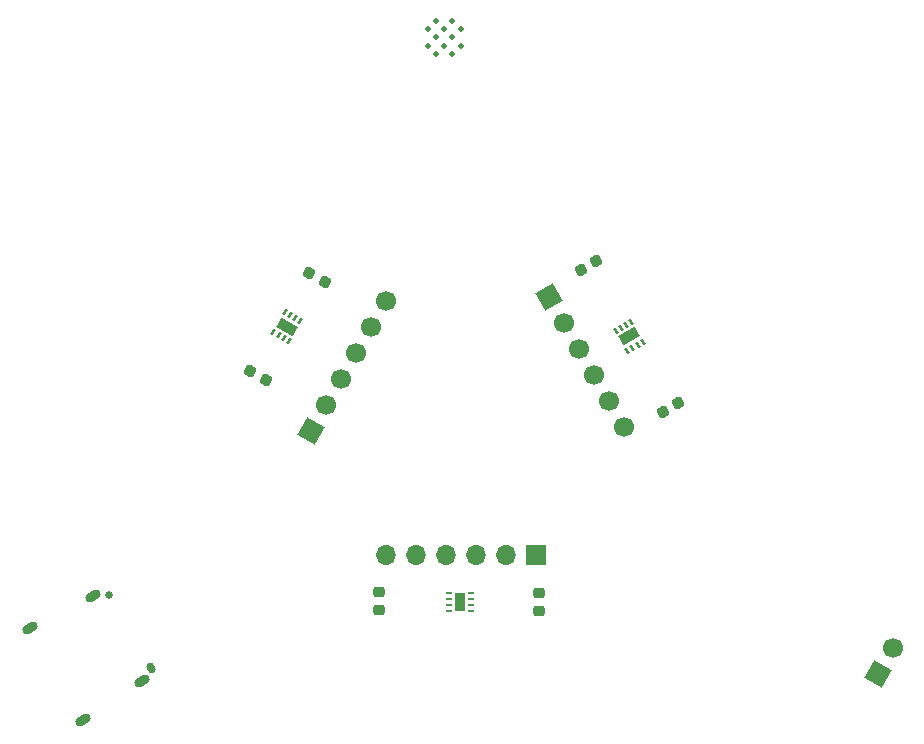
<source format=gbs>
G04 #@! TF.GenerationSoftware,KiCad,Pcbnew,6.0.2+dfsg-1*
G04 #@! TF.CreationDate,2024-12-02T22:35:52+09:00*
G04 #@! TF.ProjectId,omni_wheel,6f6d6e69-5f77-4686-9565-6c2e6b696361,rev?*
G04 #@! TF.SameCoordinates,Original*
G04 #@! TF.FileFunction,Soldermask,Bot*
G04 #@! TF.FilePolarity,Negative*
%FSLAX46Y46*%
G04 Gerber Fmt 4.6, Leading zero omitted, Abs format (unit mm)*
G04 Created by KiCad (PCBNEW 6.0.2+dfsg-1) date 2024-12-02 22:35:52*
%MOMM*%
%LPD*%
G01*
G04 APERTURE LIST*
G04 Aperture macros list*
%AMRoundRect*
0 Rectangle with rounded corners*
0 $1 Rounding radius*
0 $2 $3 $4 $5 $6 $7 $8 $9 X,Y pos of 4 corners*
0 Add a 4 corners polygon primitive as box body*
4,1,4,$2,$3,$4,$5,$6,$7,$8,$9,$2,$3,0*
0 Add four circle primitives for the rounded corners*
1,1,$1+$1,$2,$3*
1,1,$1+$1,$4,$5*
1,1,$1+$1,$6,$7*
1,1,$1+$1,$8,$9*
0 Add four rect primitives between the rounded corners*
20,1,$1+$1,$2,$3,$4,$5,0*
20,1,$1+$1,$4,$5,$6,$7,0*
20,1,$1+$1,$6,$7,$8,$9,0*
20,1,$1+$1,$8,$9,$2,$3,0*%
%AMHorizOval*
0 Thick line with rounded ends*
0 $1 width*
0 $2 $3 position (X,Y) of the first rounded end (center of the circle)*
0 $4 $5 position (X,Y) of the second rounded end (center of the circle)*
0 Add line between two ends*
20,1,$1,$2,$3,$4,$5,0*
0 Add two circle primitives to create the rounded ends*
1,1,$1,$2,$3*
1,1,$1,$4,$5*%
%AMRotRect*
0 Rectangle, with rotation*
0 The origin of the aperture is its center*
0 $1 length*
0 $2 width*
0 $3 Rotation angle, in degrees counterclockwise*
0 Add horizontal line*
21,1,$1,$2,0,0,$3*%
G04 Aperture macros list end*
%ADD10R,1.700000X1.700000*%
%ADD11O,1.700000X1.700000*%
%ADD12RotRect,1.700000X1.700000X30.000000*%
%ADD13HorizOval,1.700000X0.000000X0.000000X0.000000X0.000000X0*%
%ADD14C,0.504000*%
%ADD15RotRect,1.700000X1.700000X150.000000*%
%ADD16HorizOval,1.700000X0.000000X0.000000X0.000000X0.000000X0*%
%ADD17HorizOval,0.650000X0.075000X-0.129904X-0.075000X0.129904X0*%
%ADD18C,0.650000*%
%ADD19HorizOval,0.800000X-0.259808X-0.150000X0.259808X0.150000X0*%
%ADD20RoundRect,0.225000X0.319856X0.104006X-0.069856X0.329006X-0.319856X-0.104006X0.069856X-0.329006X0*%
%ADD21RoundRect,0.225000X-0.250000X0.225000X-0.250000X-0.225000X0.250000X-0.225000X0.250000X0.225000X0*%
%ADD22RotRect,0.500000X0.250000X120.000000*%
%ADD23RotRect,0.900000X1.600000X120.000000*%
%ADD24RoundRect,0.225000X0.069856X0.329006X-0.319856X0.104006X-0.069856X-0.329006X0.319856X-0.104006X0*%
%ADD25R,0.500000X0.250000*%
%ADD26R,0.900000X1.600000*%
%ADD27RotRect,0.500000X0.250000X60.000000*%
%ADD28RotRect,0.900000X1.600000X60.000000*%
G04 APERTURE END LIST*
D10*
X109272238Y-111418367D03*
D11*
X106732238Y-111418367D03*
X104192238Y-111418367D03*
X101652238Y-111418367D03*
X99112238Y-111418367D03*
X96572238Y-111418367D03*
D12*
X110397233Y-89539111D03*
D13*
X111667233Y-91738816D03*
X112937233Y-93938520D03*
X114207233Y-96138225D03*
X115477233Y-98337929D03*
X116747233Y-100537634D03*
D14*
X102925001Y-66877746D03*
X101525001Y-66877746D03*
X100125001Y-66877746D03*
X100125001Y-68277746D03*
X101525001Y-68277746D03*
X102925001Y-68277746D03*
X102225001Y-66177746D03*
X100825001Y-66177746D03*
X102225001Y-67577746D03*
X100825001Y-67577746D03*
X100825001Y-68977746D03*
X102225001Y-68977746D03*
D15*
X90217238Y-100857624D03*
D16*
X91487238Y-98657919D03*
X92757238Y-96458215D03*
X94027238Y-94258510D03*
X95297238Y-92058806D03*
X96567238Y-89859101D03*
D15*
X138225007Y-121437750D03*
D16*
X139495007Y-119238045D03*
D17*
X76725668Y-120975438D03*
D18*
X73125668Y-114740056D03*
D19*
X70935285Y-125346201D03*
X75908136Y-122059432D03*
X66445285Y-117569293D03*
X71778136Y-114906062D03*
D20*
X86443446Y-96605434D03*
X85101106Y-95830434D03*
D21*
X95984280Y-114541264D03*
X95984280Y-116091264D03*
D22*
X118331123Y-93329786D03*
X117898110Y-93579786D03*
X117465098Y-93829786D03*
X117032085Y-94079786D03*
X116082085Y-92434338D03*
X116515098Y-92184338D03*
X116948110Y-91934338D03*
X117381123Y-91684338D03*
D23*
X117206604Y-92882062D03*
D20*
X91403441Y-88265430D03*
X90061101Y-87490430D03*
D24*
X114422778Y-86510326D03*
X113080438Y-87285326D03*
X121356434Y-98499783D03*
X120014094Y-99274783D03*
D25*
X103814277Y-114596264D03*
X103814277Y-115096264D03*
X103814277Y-115596264D03*
X103814277Y-116096264D03*
X101914277Y-116096264D03*
X101914277Y-115596264D03*
X101914277Y-115096264D03*
X101914277Y-114596264D03*
D26*
X102864277Y-115346264D03*
D27*
X88366794Y-93245654D03*
X87933781Y-92995654D03*
X87500769Y-92745654D03*
X87067756Y-92495654D03*
X88017756Y-90850206D03*
X88450769Y-91100206D03*
X88883781Y-91350206D03*
X89316794Y-91600206D03*
D28*
X88192275Y-92047930D03*
D21*
X109544281Y-114591266D03*
X109544281Y-116141266D03*
M02*

</source>
